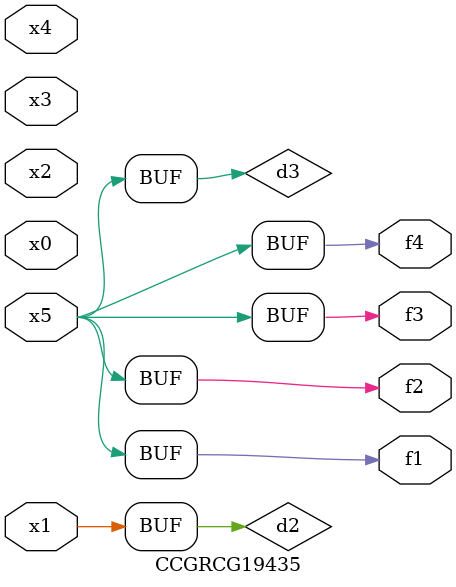
<source format=v>
module CCGRCG19435(
	input x0, x1, x2, x3, x4, x5,
	output f1, f2, f3, f4
);

	wire d1, d2, d3;

	not (d1, x5);
	or (d2, x1);
	xnor (d3, d1);
	assign f1 = d3;
	assign f2 = d3;
	assign f3 = d3;
	assign f4 = d3;
endmodule

</source>
